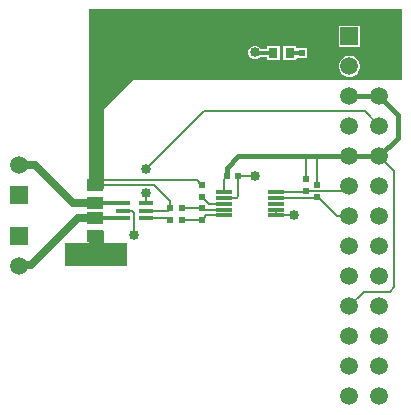
<source format=gbr>
%TF.GenerationSoftware,Altium Limited,Altium Designer,21.2.2 (38)*%
G04 Layer_Physical_Order=1*
G04 Layer_Color=255*
%FSLAX45Y45*%
%MOMM*%
%TF.SameCoordinates,DC8D9031-FEEE-4EB9-A140-7D2FD38E5C7C*%
%TF.FilePolarity,Positive*%
%TF.FileFunction,Copper,L1,Top,Signal*%
%TF.Part,Single*%
G01*
G75*
%TA.AperFunction,SMDPad,CuDef*%
%ADD10R,1.40000X1.10000*%
%ADD11R,0.60000X0.50000*%
%ADD12R,0.50000X0.60000*%
%ADD13R,1.45000X0.30000*%
%ADD14R,0.80000X0.90000*%
G04:AMPARAMS|DCode=15|XSize=1.19mm|YSize=0.4mm|CornerRadius=0.05mm|HoleSize=0mm|Usage=FLASHONLY|Rotation=0.000|XOffset=0mm|YOffset=0mm|HoleType=Round|Shape=RoundedRectangle|*
%AMROUNDEDRECTD15*
21,1,1.19000,0.30000,0,0,0.0*
21,1,1.09000,0.40000,0,0,0.0*
1,1,0.10000,0.54500,-0.15000*
1,1,0.10000,-0.54500,-0.15000*
1,1,0.10000,-0.54500,0.15000*
1,1,0.10000,0.54500,0.15000*
%
%ADD15ROUNDEDRECTD15*%
%TA.AperFunction,Conductor*%
%ADD16C,0.40000*%
%ADD17C,0.30000*%
%ADD18C,0.20000*%
%ADD19C,0.70000*%
%TA.AperFunction,ComponentPad*%
%ADD20R,1.50000X1.50000*%
%ADD21C,1.50000*%
%TA.AperFunction,ViaPad*%
%ADD22C,0.85000*%
%ADD23C,0.65000*%
G36*
X950000Y1500000D02*
X1150000D01*
Y1300000D01*
X625000D01*
Y1500000D01*
X825000D01*
Y1600000D01*
X950000D01*
Y1500000D01*
D02*
G37*
G36*
X3474512Y2875000D02*
X1200000D01*
X950000Y2625000D01*
Y1950000D01*
X825000D01*
Y3474512D01*
X3474512D01*
Y2875000D01*
D02*
G37*
%LPC*%
G36*
X3121000Y3337000D02*
X2941000D01*
Y3157000D01*
X3121000D01*
Y3337000D01*
D02*
G37*
G36*
X2580000Y3165000D02*
X2470000D01*
Y3045000D01*
X2580000D01*
Y3053482D01*
X2590000Y3060000D01*
X2670000D01*
Y3150000D01*
X2590000D01*
X2580000Y3156518D01*
Y3165000D01*
D02*
G37*
G36*
X2241437Y3167500D02*
X2218563D01*
X2197429Y3158746D01*
X2181254Y3142571D01*
X2172500Y3121437D01*
Y3098563D01*
X2181254Y3077429D01*
X2197429Y3061254D01*
X2218563Y3052500D01*
X2241437D01*
X2262571Y3061254D01*
X2275730Y3074412D01*
X2330000D01*
Y3045000D01*
X2440000D01*
Y3165000D01*
X2330000D01*
Y3135588D01*
X2281639D01*
X2278746Y3142571D01*
X2262571Y3158746D01*
X2241437Y3167500D01*
D02*
G37*
G36*
X3042849Y3083000D02*
X3019151D01*
X2996261Y3076867D01*
X2975739Y3065018D01*
X2958982Y3048261D01*
X2947134Y3027739D01*
X2941000Y3004849D01*
Y2981152D01*
X2947134Y2958262D01*
X2958982Y2937739D01*
X2975739Y2920982D01*
X2996261Y2909134D01*
X3019151Y2903000D01*
X3042849D01*
X3065739Y2909134D01*
X3086261Y2920982D01*
X3103018Y2937739D01*
X3114867Y2958262D01*
X3121000Y2981152D01*
Y3004849D01*
X3114867Y3027739D01*
X3103018Y3048261D01*
X3086261Y3065018D01*
X3065739Y3076867D01*
X3042849Y3083000D01*
D02*
G37*
%LPD*%
D10*
X880000Y1985000D02*
D03*
Y1835000D02*
D03*
X880000Y1555000D02*
D03*
Y1705000D02*
D03*
D11*
X2760000Y1990000D02*
D03*
Y1890000D02*
D03*
X2660000Y2040000D02*
D03*
Y1940000D02*
D03*
X1780000Y1690000D02*
D03*
Y1790000D02*
D03*
Y1990000D02*
D03*
Y1890000D02*
D03*
D12*
X1510000Y1790000D02*
D03*
X1610000D02*
D03*
X1510000Y1690000D02*
D03*
X1610000D02*
D03*
X1990000Y2060000D02*
D03*
X2090000D02*
D03*
X2730000Y3105000D02*
D03*
X2630000D02*
D03*
D13*
X2410000Y1730000D02*
D03*
Y1780000D02*
D03*
Y1830000D02*
D03*
Y1880000D02*
D03*
Y1930000D02*
D03*
X1970000D02*
D03*
Y1880000D02*
D03*
Y1830000D02*
D03*
Y1780000D02*
D03*
Y1730000D02*
D03*
D14*
X2525000Y3105000D02*
D03*
X2385000D02*
D03*
D15*
X1114000Y1835000D02*
D03*
Y1770000D02*
D03*
Y1705000D02*
D03*
X1306000D02*
D03*
Y1770000D02*
D03*
Y1835000D02*
D03*
D16*
X3285000Y2231000D02*
X3440000Y2386000D01*
Y2584000D01*
X3285000Y2739000D02*
X3440000Y2584000D01*
X3031000Y2739000D02*
X3285000D01*
X2660000Y2231000D02*
X2760000D01*
X2091000D02*
X2660000D01*
X2760000D02*
X3031000D01*
X3285000D01*
X1990000Y2130000D02*
X2091000Y2231000D01*
X1990000Y2060000D02*
Y2130000D01*
D17*
X2235000Y3105000D02*
X2385000D01*
X2230000Y3110000D02*
X2235000Y3105000D01*
X2525000Y3105000D02*
X2630000D01*
X2525000Y3105000D02*
X2525000Y3105000D01*
X880000Y1835000D02*
X880001Y1835000D01*
X1114000D01*
X880000Y1705000D02*
X1114000D01*
X880000Y1705000D02*
X880000Y1705000D01*
D18*
X3160000Y2610000D02*
X3285000Y2485000D01*
X1800000Y2610000D02*
X3160000D01*
X1310000Y2120000D02*
X1800000Y2610000D01*
X1157500Y1987500D02*
X1372500D01*
X1510000Y1850000D01*
X1155000Y1985000D02*
X1157500Y1987500D01*
X1760000Y2005000D02*
X1775000Y1990000D01*
X925000Y2030000D02*
X1740000D01*
X1775000Y1990000D02*
X1780000D01*
X1760000Y2005000D02*
Y2010000D01*
X1740000Y2030000D02*
X1760000Y2010000D01*
X880000Y1985000D02*
X925000Y2030000D01*
X880000Y1985000D02*
X1155000D01*
X1306000Y1835000D02*
Y1916000D01*
X1310000Y1920000D01*
X1510000Y1785000D02*
Y1790000D01*
Y1850000D01*
X3285000Y2231000D02*
X3410000Y2106000D01*
X3411716Y1121716D02*
Y1138284D01*
X3410000Y1140000D02*
X3411716Y1138284D01*
X3370000Y1080000D02*
X3411716Y1121716D01*
X3410000Y1140000D02*
Y2106000D01*
X3150000Y1080000D02*
X3370000D01*
X3031000Y961000D02*
X3150000Y1080000D01*
X2660000Y2040000D02*
Y2231000D01*
X2760000Y1990000D02*
Y2231000D01*
X2650000Y1930000D02*
X2660000Y1940000D01*
X2410000Y1930000D02*
X2650000D01*
X2410000Y1880000D02*
X2750000D01*
X2760000Y1890000D01*
X2765000D01*
X2958822Y1940000D02*
X2995822Y1977000D01*
X2660000Y1940000D02*
X2958822D01*
X2995822Y1977000D02*
X3031000D01*
X2780000Y1870000D02*
X2927000Y1723000D01*
X2765000Y1890000D02*
X2780000Y1875000D01*
X2927000Y1723000D02*
X3031000D01*
X2780000Y1870000D02*
Y1875000D01*
X2410000Y1730000D02*
X2560000D01*
X2560000Y1730000D01*
X2410000Y1730000D02*
Y1780000D01*
X1970000Y1880000D02*
X2078284D01*
X2090000Y1891716D02*
Y2060000D01*
X2078284Y1880000D02*
X2090000Y1891716D01*
Y2060000D02*
X2230000D01*
X1970000Y2035000D02*
X1990000Y2055000D01*
Y2060000D01*
X1970000Y1930000D02*
Y2035000D01*
X1780000Y1890000D02*
X1785000D01*
X1840000Y1830000D02*
X1970000D01*
X1800000Y1870000D02*
X1840000Y1830000D01*
X1800000Y1870000D02*
Y1875000D01*
X1785000Y1890000D02*
X1800000Y1875000D01*
X1610000Y1790000D02*
X1780000D01*
X1790000Y1780000D02*
X1970000D01*
X1780000Y1790000D02*
X1790000Y1780000D01*
X1800000Y1705000D02*
Y1710000D01*
X1785000Y1690000D02*
X1800000Y1705000D01*
X1780000Y1690000D02*
X1785000D01*
X1820000Y1730000D02*
X1970000D01*
X1800000Y1710000D02*
X1820000Y1730000D01*
X1780000Y1690000D02*
X1780000Y1690000D01*
X1610000Y1690000D02*
X1780000D01*
X1306000Y1705000D02*
X1495000D01*
X1510000Y1690000D01*
X1495000Y1770000D02*
X1510000Y1785000D01*
X1306000Y1770000D02*
X1495000D01*
X1210000Y1560000D02*
Y1750000D01*
X1191499Y1768501D02*
X1210000Y1750000D01*
X1115499Y1768501D02*
X1191499D01*
X1114000Y1770000D02*
X1115499Y1768501D01*
D19*
X730000Y1705000D02*
X880000D01*
X334779Y1309779D02*
X730000Y1705000D01*
X239779Y1309779D02*
X334779D01*
X230000Y1300000D02*
X239779Y1309779D01*
X371000Y2154000D02*
X690000Y1835000D01*
X880000D01*
X230000Y2154000D02*
X371000D01*
D20*
X230000Y1554000D02*
D03*
Y1900000D02*
D03*
X3031000Y3247000D02*
D03*
D21*
X230000Y1300000D02*
D03*
Y2154000D02*
D03*
X3285000Y3247000D02*
D03*
X3031000Y2993000D02*
D03*
X3285000D02*
D03*
X3031000Y2739000D02*
D03*
X3285000D02*
D03*
X3031000Y2485000D02*
D03*
X3285000D02*
D03*
X3031000Y2231000D02*
D03*
X3285000D02*
D03*
X3031000Y1977000D02*
D03*
X3285000D02*
D03*
X3031000Y1723000D02*
D03*
X3285000D02*
D03*
X3031000Y1469000D02*
D03*
X3285000D02*
D03*
X3031000Y1215000D02*
D03*
X3285000D02*
D03*
X3031000Y961000D02*
D03*
X3285000D02*
D03*
X3031000Y707000D02*
D03*
X3285000D02*
D03*
X3031000Y453000D02*
D03*
X3285000D02*
D03*
X3031000Y199000D02*
D03*
X3285000D02*
D03*
D22*
X2230000Y3110000D02*
D03*
X1310000Y2120000D02*
D03*
Y1920000D02*
D03*
X2560000Y1730000D02*
D03*
X2230000Y2060000D02*
D03*
X1210000Y1560000D02*
D03*
D23*
X880000Y2190000D02*
D03*
Y2280000D02*
D03*
Y2370000D02*
D03*
Y2460000D02*
D03*
Y2550000D02*
D03*
X675000Y1400000D02*
D03*
X775000D02*
D03*
X875000D02*
D03*
X975000D02*
D03*
X1075000D02*
D03*
%TF.MD5,7cffbcbddf80040dace7345f95a7a1fb*%
M02*

</source>
